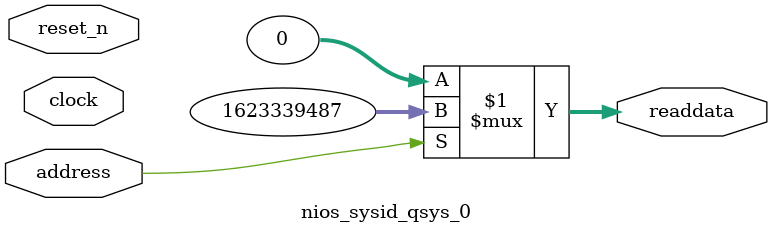
<source format=v>

`timescale 1ns / 1ps
// synthesis translate_on

// turn off superfluous verilog processor warnings 
// altera message_level Level1 
// altera message_off 10034 10035 10036 10037 10230 10240 10030 

module nios_sysid_qsys_0 (
               // inputs:
                address,
                clock,
                reset_n,

               // outputs:
                readdata
             )
;

  output  [ 31: 0] readdata;
  input            address;
  input            clock;
  input            reset_n;

  wire    [ 31: 0] readdata;
  //control_slave, which is an e_avalon_slave
  assign readdata = address ? 1623339487 : 0;

endmodule




</source>
